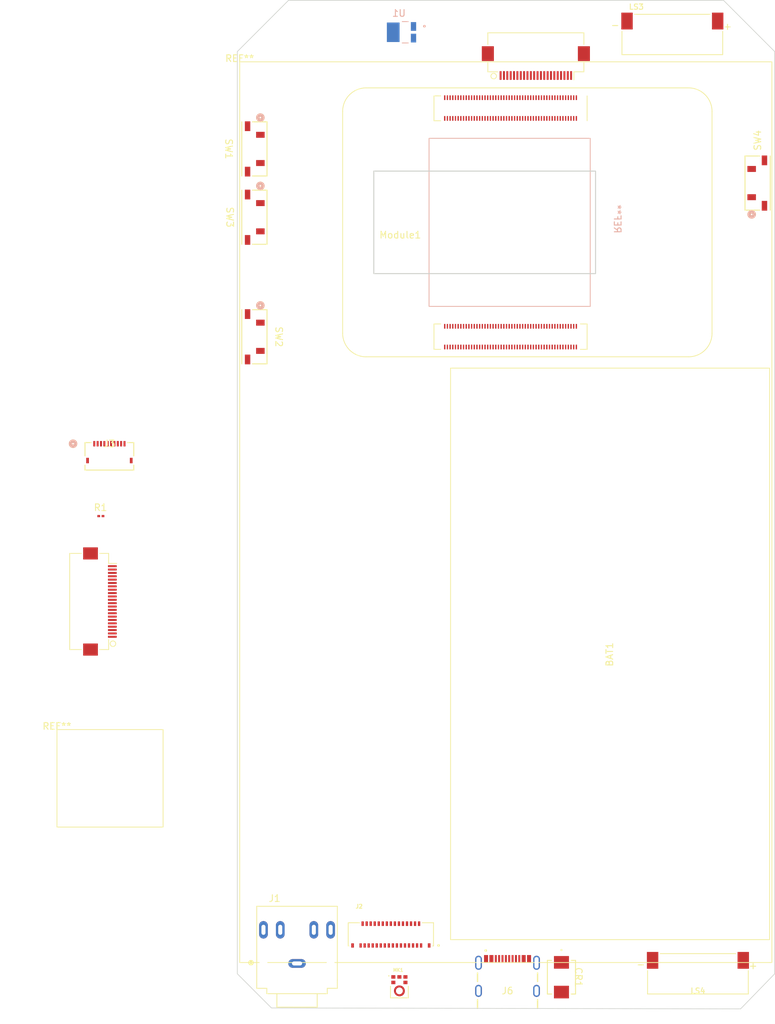
<source format=kicad_pcb>
(kicad_pcb (version 20211014) (generator pcbnew)
  (title_block (title "SPIRIT-carrier-board") (date "2024-08-30") (company "V-Electronics"))
  (layers (0 "F.Cu" signal) (31 "B.Cu" signal) (34 "B.Paste" user) (35 "F.Paste" user) (36 "B.SilkS" user "B.Silkscreen") (37 "F.SilkS" user "F.Silkscreen") (38 "B.Mask" user) (39 "F.Mask" user) (44 "Edge.Cuts" user))
  (net 0 "")
  (net 108 "D-")
  (net 109 "D+")
  (net 210 "GND")
  (footprint "SPIRIT-footprints:720pLCD" (layer "F.Cu") (at 49.883 36.576)
    (fp_text reference "REF**" (at 0 -0.5 unlocked) (layer "F.SilkS"))
    (fp_text value "720pLCD")
  )
  (footprint "SPIRIT-footprints:Hirose_FH12-22S-0.5SH_1x22-1MP_P0.50mm_Horizontal" (layer "F.Cu") (at 93.98 36.76 180)
    (fp_text reference "J4")
    (fp_text value "Conn_01x22_Female")
    (pad "1" smd rect (at 5.25 -1.85 180) (size 0.3 1.3) (layers "F.Cu" "F.Paste" "F.Mask"))
    (pad "2" smd rect (at 4.75 -1.85 180) (size 0.3 1.3) (layers "F.Cu" "F.Paste" "F.Mask"))
    (pad "3" smd rect (at 4.25 -1.85 180) (size 0.3 1.3) (layers "F.Cu" "F.Paste" "F.Mask"))
    (pad "4" smd rect (at 3.75 -1.85 180) (size 0.3 1.3) (layers "F.Cu" "F.Paste" "F.Mask"))
    (pad "5" smd rect (at 3.25 -1.85 180) (size 0.3 1.3) (layers "F.Cu" "F.Paste" "F.Mask"))
    (pad "6" smd rect (at 2.75 -1.85 180) (size 0.3 1.3) (layers "F.Cu" "F.Paste" "F.Mask"))
    (pad "7" smd rect (at 2.25 -1.85 180) (size 0.3 1.3) (layers "F.Cu" "F.Paste" "F.Mask"))
    (pad "8" smd rect (at 1.75 -1.85 180) (size 0.3 1.3) (layers "F.Cu" "F.Paste" "F.Mask"))
    (pad "9" smd rect (at 1.25 -1.85 180) (size 0.3 1.3) (layers "F.Cu" "F.Paste" "F.Mask"))
    (pad "10" smd rect (at 0.75 -1.85 180) (size 0.3 1.3) (layers "F.Cu" "F.Paste" "F.Mask"))
    (pad "11" smd rect (at 0.25 -1.85 180) (size 0.3 1.3) (layers "F.Cu" "F.Paste" "F.Mask"))
    (pad "12" smd rect (at -0.25 -1.85 180) (size 0.3 1.3) (layers "F.Cu" "F.Paste" "F.Mask"))
    (pad "13" smd rect (at -0.75 -1.85 180) (size 0.3 1.3) (layers "F.Cu" "F.Paste" "F.Mask"))
    (pad "14" smd rect (at -1.25 -1.85 180) (size 0.3 1.3) (layers "F.Cu" "F.Paste" "F.Mask"))
    (pad "15" smd rect (at -1.75 -1.85 180) (size 0.3 1.3) (layers "F.Cu" "F.Paste" "F.Mask"))
    (pad "16" smd rect (at -2.25 -1.85 180) (size 0.3 1.3) (layers "F.Cu" "F.Paste" "F.Mask"))
    (pad "17" smd rect (at -2.75 -1.85 180) (size 0.3 1.3) (layers "F.Cu" "F.Paste" "F.Mask"))
    (pad "18" smd rect (at -3.25 -1.85 180) (size 0.3 1.3) (layers "F.Cu" "F.Paste" "F.Mask"))
    (pad "19" smd rect (at -3.75 -1.85 180) (size 0.3 1.3) (layers "F.Cu" "F.Paste" "F.Mask"))
    (pad "20" smd rect (at -4.25 -1.85 180) (size 0.3 1.3) (layers "F.Cu" "F.Paste" "F.Mask"))
    (pad "21" smd rect (at -4.75 -1.85 180) (size 0.3 1.3) (layers "F.Cu" "F.Paste" "F.Mask"))
    (pad "22" smd rect (at -5.25 -1.85 180) (size 0.3 1.3) (layers "F.Cu" "F.Paste" "F.Mask"))
    (pad "MP" smd rect (at -7.15 1.4 180) (size 1.8 2.2) (layers "F.Cu" "F.Paste" "F.Mask"))
    (pad "MP" smd rect (at 7.15 1.4 180) (size 1.8 2.2) (layers "F.Cu" "F.Paste" "F.Mask"))
  )
  (footprint "SPIRIT-footprints:10PIN" (layer "F.Cu") (at 30.48 95.25)
    (fp_text reference "J3" (at 0 -1.874088 unlocked) (layer "F.SilkS"))
    (fp_text value "10pinFPC")
    (pad "1" smd rect (at -2.250001 -1.874088) (size 0.3048 0.8128) (layers "F.Cu" "F.Paste" "F.Mask"))
    (pad "2" smd rect (at -1.749999 -1.874088) (size 0.3048 0.8128) (layers "F.Cu" "F.Paste" "F.Mask"))
    (pad "3" smd rect (at -1.25 -1.874088) (size 0.3048 0.8128) (layers "F.Cu" "F.Paste" "F.Mask"))
    (pad "4" smd rect (at -0.750001 -1.874088) (size 0.3048 0.8128) (layers "F.Cu" "F.Paste" "F.Mask"))
    (pad "5" smd rect (at -0.25 -1.874088) (size 0.3048 0.8128) (layers "F.Cu" "F.Paste" "F.Mask"))
    (pad "6" smd rect (at 0.25 -1.874088) (size 0.3048 0.8128) (layers "F.Cu" "F.Paste" "F.Mask"))
    (pad "7" smd rect (at 0.750001 -1.874088) (size 0.3048 0.8128) (layers "F.Cu" "F.Paste" "F.Mask"))
    (pad "8" smd rect (at 1.25 -1.874088) (size 0.3048 0.8128) (layers "F.Cu" "F.Paste" "F.Mask"))
    (pad "9" smd rect (at 1.749999 -1.874088) (size 0.3048 0.8128) (layers "F.Cu" "F.Paste" "F.Mask"))
    (pad "10" smd rect (at 2.250001 -1.874088) (size 0.3048 0.8128) (layers "F.Cu" "F.Paste" "F.Mask"))
    (pad "11" smd rect (at -3.250001 0.625912) (size 0.4064 0.8128) (layers "F.Cu" "F.Paste" "F.Mask"))
    (pad "12" smd rect (at 3.250001 0.625912) (size 0.4064 0.8128) (layers "F.Cu" "F.Paste" "F.Mask"))
  )
  (footprint "SPIRIT-footprints:buttonSW_TL3330_EWI" (layer "F.Cu") (at 127 54.61 90)
    (fp_text reference "SW4" (at 6.35 0 90 unlocked) (layer "F.SilkS"))
    (fp_text value "POW")
    (pad "1" smd rect (at -2.099998 -0.889 90) (size 0.889 1.27) (layers "F.Cu" "F.Paste" "F.Mask"))
    (pad "2" smd rect (at 2.099998 -0.889 90) (size 0.889 1.27) (layers "F.Cu" "F.Paste" "F.Mask"))
    (pad "3" smd rect (at -3.375 1.016 90) (size 1.4478 0.8128) (layers "F.Cu" "F.Paste" "F.Mask"))
    (pad "4" smd rect (at 3.375 1.016 90) (size 1.4478 0.8128) (layers "F.Cu" "F.Paste" "F.Mask"))
  )
  (footprint "CM4IO:Raspberry-Pi-4-Compute-Module" (layer "F.Cu") (at 68.71 43.952 -90)
    (fp_text reference "Module1" (at 18.38 -5.08) (layer "F.SilkS"))
    (fp_text value "ComputeModule4-CM4")
    (pad "" np_thru_hole circle locked (at 33 -48 270) (size 2.7 2.7) (drill 2.7) (layers *.Cu *.Mask) (clearance 1.7))
    (pad "" np_thru_hole circle locked (at 33 0 270) (size 2.7 2.7) (drill 2.7) (layers *.Cu *.Mask) (clearance 1.7))
    (pad "" np_thru_hole circle locked (at 0 -48 270) (size 2.7 2.7) (drill 2.7) (layers *.Cu *.Mask) (clearance 1.7))
    (pad "" np_thru_hole circle locked (at 0 0 270) (size 2.7 2.7) (drill 2.7) (layers *.Cu *.Mask) (clearance 1.7))
    (pad "1" smd rect locked (at -2.04 -31.3 180) (size 0.2 0.7) (layers "F.Cu" "F.Paste" "F.Mask"))
    (pad "2" smd rect locked (at 1.04 -31.3 180) (size 0.2 0.7) (layers "F.Cu" "F.Paste" "F.Mask"))
    (pad "3" smd rect locked (at -2.04 -30.9 180) (size 0.2 0.7) (layers "F.Cu" "F.Paste" "F.Mask"))
    (pad "4" smd rect locked (at 1.04 -30.9 180) (size 0.2 0.7) (layers "F.Cu" "F.Paste" "F.Mask"))
    (pad "5" smd rect locked (at -2.04 -30.5 180) (size 0.2 0.7) (layers "F.Cu" "F.Paste" "F.Mask"))
    (pad "6" smd rect locked (at 1.04 -30.5 180) (size 0.2 0.7) (layers "F.Cu" "F.Paste" "F.Mask"))
    (pad "7" smd rect locked (at -2.04 -30.1 180) (size 0.2 0.7) (layers "F.Cu" "F.Paste" "F.Mask"))
    (pad "8" smd rect locked (at 1.04 -30.1 180) (size 0.2 0.7) (layers "F.Cu" "F.Paste" "F.Mask"))
    (pad "9" smd rect locked (at -2.04 -29.7 180) (size 0.2 0.7) (layers "F.Cu" "F.Paste" "F.Mask"))
    (pad "10" smd rect locked (at 1.04 -29.7 180) (size 0.2 0.7) (layers "F.Cu" "F.Paste" "F.Mask"))
    (pad "11" smd rect locked (at -2.04 -29.3 180) (size 0.2 0.7) (layers "F.Cu" "F.Paste" "F.Mask"))
    (pad "12" smd rect locked (at 1.04 -29.3 180) (size 0.2 0.7) (layers "F.Cu" "F.Paste" "F.Mask"))
    (pad "13" smd rect locked (at -2.04 -28.9 180) (size 0.2 0.7) (layers "F.Cu" "F.Paste" "F.Mask"))
    (pad "14" smd rect locked (at 1.04 -28.9 180) (size 0.2 0.7) (layers "F.Cu" "F.Paste" "F.Mask"))
    (pad "15" smd rect locked (at -2.04 -28.5 180) (size 0.2 0.7) (layers "F.Cu" "F.Paste" "F.Mask"))
    (pad "16" smd rect locked (at 1.04 -28.5 180) (size 0.2 0.7) (layers "F.Cu" "F.Paste" "F.Mask"))
    (pad "17" smd rect locked (at -2.04 -28.1 180) (size 0.2 0.7) (layers "F.Cu" "F.Paste" "F.Mask"))
    (pad "18" smd rect locked (at 1.04 -28.1 180) (size 0.2 0.7) (layers "F.Cu" "F.Paste" "F.Mask"))
    (pad "19" smd rect locked (at -2.04 -27.7 180) (size 0.2 0.7) (layers "F.Cu" "F.Paste" "F.Mask"))
    (pad "20" smd rect locked (at 1.04 -27.7 180) (size 0.2 0.7) (layers "F.Cu" "F.Paste" "F.Mask"))
    (pad "21" smd rect locked (at -2.04 -27.3 180) (size 0.2 0.7) (layers "F.Cu" "F.Paste" "F.Mask"))
    (pad "22" smd rect locked (at 1.04 -27.3 180) (size 0.2 0.7) (layers "F.Cu" "F.Paste" "F.Mask"))
    (pad "23" smd rect locked (at -2.04 -26.9 180) (size 0.2 0.7) (layers "F.Cu" "F.Paste" "F.Mask"))
    (pad "24" smd rect locked (at 1.04 -26.9 180) (size 0.2 0.7) (layers "F.Cu" "F.Paste" "F.Mask"))
    (pad "25" smd rect locked (at -2.04 -26.5 180) (size 0.2 0.7) (layers "F.Cu" "F.Paste" "F.Mask"))
    (pad "26" smd rect locked (at 1.04 -26.5 180) (size 0.2 0.7) (layers "F.Cu" "F.Paste" "F.Mask"))
    (pad "27" smd rect locked (at -2.04 -26.1 180) (size 0.2 0.7) (layers "F.Cu" "F.Paste" "F.Mask"))
    (pad "28" smd rect locked (at 1.04 -26.1 180) (size 0.2 0.7) (layers "F.Cu" "F.Paste" "F.Mask"))
    (pad "29" smd rect locked (at -2.04 -25.7 180) (size 0.2 0.7) (layers "F.Cu" "F.Paste" "F.Mask"))
    (pad "30" smd rect locked (at 1.04 -25.7 180) (size 0.2 0.7) (layers "F.Cu" "F.Paste" "F.Mask"))
    (pad "31" smd rect locked (at -2.04 -25.3 180) (size 0.2 0.7) (layers "F.Cu" "F.Paste" "F.Mask"))
    (pad "32" smd rect locked (at 1.04 -25.3 180) (size 0.2 0.7) (layers "F.Cu" "F.Paste" "F.Mask"))
    (pad "33" smd rect locked (at -2.04 -24.9 180) (size 0.2 0.7) (layers "F.Cu" "F.Paste" "F.Mask"))
    (pad "34" smd rect locked (at 1.04 -24.9 180) (size 0.2 0.7) (layers "F.Cu" "F.Paste" "F.Mask"))
    (pad "35" smd rect locked (at -2.04 -24.5 180) (size 0.2 0.7) (layers "F.Cu" "F.Paste" "F.Mask"))
    (pad "36" smd rect locked (at 1.04 -24.5 180) (size 0.2 0.7) (layers "F.Cu" "F.Paste" "F.Mask"))
    (pad "37" smd rect locked (at -2.04 -24.1 180) (size 0.2 0.7) (layers "F.Cu" "F.Paste" "F.Mask"))
    (pad "38" smd rect locked (at 1.04 -24.1 180) (size 0.2 0.7) (layers "F.Cu" "F.Paste" "F.Mask"))
    (pad "39" smd rect locked (at -2.04 -23.7 180) (size 0.2 0.7) (layers "F.Cu" "F.Paste" "F.Mask"))
    (pad "40" smd rect locked (at 1.04 -23.7 180) (size 0.2 0.7) (layers "F.Cu" "F.Paste" "F.Mask"))
    (pad "41" smd rect locked (at -2.04 -23.3 180) (size 0.2 0.7) (layers "F.Cu" "F.Paste" "F.Mask"))
    (pad "42" smd rect locked (at 1.04 -23.3 180) (size 0.2 0.7) (layers "F.Cu" "F.Paste" "F.Mask"))
    (pad "43" smd rect locked (at -2.04 -22.9 180) (size 0.2 0.7) (layers "F.Cu" "F.Paste" "F.Mask"))
    (pad "44" smd rect locked (at 1.04 -22.9 180) (size 0.2 0.7) (layers "F.Cu" "F.Paste" "F.Mask"))
    (pad "45" smd rect locked (at -2.04 -22.5 180) (size 0.2 0.7) (layers "F.Cu" "F.Paste" "F.Mask"))
    (pad "46" smd rect locked (at 1.04 -22.5 180) (size 0.2 0.7) (layers "F.Cu" "F.Paste" "F.Mask"))
    (pad "47" smd rect locked (at -2.04 -22.1 180) (size 0.2 0.7) (layers "F.Cu" "F.Paste" "F.Mask"))
    (pad "48" smd rect locked (at 1.04 -22.1 180) (size 0.2 0.7) (layers "F.Cu" "F.Paste" "F.Mask"))
    (pad "49" smd rect locked (at -2.04 -21.7 180) (size 0.2 0.7) (layers "F.Cu" "F.Paste" "F.Mask"))
    (pad "50" smd rect locked (at 1.04 -21.7 180) (size 0.2 0.7) (layers "F.Cu" "F.Paste" "F.Mask"))
    (pad "51" smd rect locked (at -2.04 -21.3 180) (size 0.2 0.7) (layers "F.Cu" "F.Paste" "F.Mask"))
    (pad "52" smd rect locked (at 1.04 -21.3 180) (size 0.2 0.7) (layers "F.Cu" "F.Paste" "F.Mask"))
    (pad "53" smd rect locked (at -2.04 -20.9 180) (size 0.2 0.7) (layers "F.Cu" "F.Paste" "F.Mask"))
    (pad "54" smd rect locked (at 1.04 -20.9 180) (size 0.2 0.7) (layers "F.Cu" "F.Paste" "F.Mask"))
    (pad "55" smd rect locked (at -2.04 -20.5 180) (size 0.2 0.7) (layers "F.Cu" "F.Paste" "F.Mask"))
    (pad "56" smd rect locked (at 1.04 -20.5 180) (size 0.2 0.7) (layers "F.Cu" "F.Paste" "F.Mask"))
    (pad "57" smd rect locked (at -2.04 -20.1 180) (size 0.2 0.7) (layers "F.Cu" "F.Paste" "F.Mask"))
    (pad "58" smd rect locked (at 1.04 -20.1 180) (size 0.2 0.7) (layers "F.Cu" "F.Paste" "F.Mask"))
    (pad "59" smd rect locked (at -2.04 -19.7 180) (size 0.2 0.7) (layers "F.Cu" "F.Paste" "F.Mask"))
    (pad "60" smd rect locked (at 1.04 -19.7 180) (size 0.2 0.7) (layers "F.Cu" "F.Paste" "F.Mask"))
    (pad "61" smd rect locked (at -2.04 -19.3 180) (size 0.2 0.7) (layers "F.Cu" "F.Paste" "F.Mask"))
    (pad "62" smd rect locked (at 1.04 -19.3 180) (size 0.2 0.7) (layers "F.Cu" "F.Paste" "F.Mask"))
    (pad "63" smd rect locked (at -2.04 -18.9 180) (size 0.2 0.7) (layers "F.Cu" "F.Paste" "F.Mask"))
    (pad "64" smd rect locked (at 1.04 -18.9 180) (size 0.2 0.7) (layers "F.Cu" "F.Paste" "F.Mask"))
    (pad "65" smd rect locked (at -2.04 -18.5 180) (size 0.2 0.7) (layers "F.Cu" "F.Paste" "F.Mask"))
    (pad "66" smd rect locked (at 1.04 -18.5 180) (size 0.2 0.7) (layers "F.Cu" "F.Paste" "F.Mask"))
    (pad "67" smd rect locked (at -2.04 -18.1 180) (size 0.2 0.7) (layers "F.Cu" "F.Paste" "F.Mask"))
    (pad "68" smd rect locked (at 1.04 -18.1 180) (size 0.2 0.7) (layers "F.Cu" "F.Paste" "F.Mask"))
    (pad "69" smd rect locked (at -2.04 -17.7 180) (size 0.2 0.7) (layers "F.Cu" "F.Paste" "F.Mask"))
    (pad "70" smd rect locked (at 1.04 -17.7 180) (size 0.2 0.7) (layers "F.Cu" "F.Paste" "F.Mask"))
    (pad "71" smd rect locked (at -2.04 -17.3 180) (size 0.2 0.7) (layers "F.Cu" "F.Paste" "F.Mask"))
    (pad "72" smd rect locked (at 1.04 -17.3 180) (size 0.2 0.7) (layers "F.Cu" "F.Paste" "F.Mask"))
    (pad "73" smd rect locked (at -2.04 -16.9 180) (size 0.2 0.7) (layers "F.Cu" "F.Paste" "F.Mask"))
    (pad "74" smd rect locked (at 1.04 -16.9 180) (size 0.2 0.7) (layers "F.Cu" "F.Paste" "F.Mask"))
    (pad "75" smd rect locked (at -2.04 -16.5 180) (size 0.2 0.7) (layers "F.Cu" "F.Paste" "F.Mask"))
    (pad "76" smd rect locked (at 1.04 -16.5 180) (size 0.2 0.7) (layers "F.Cu" "F.Paste" "F.Mask"))
    (pad "77" smd rect locked (at -2.04 -16.1 180) (size 0.2 0.7) (layers "F.Cu" "F.Paste" "F.Mask"))
    (pad "78" smd rect locked (at 1.04 -16.1 180) (size 0.2 0.7) (layers "F.Cu" "F.Paste" "F.Mask"))
    (pad "79" smd rect locked (at -2.04 -15.7 180) (size 0.2 0.7) (layers "F.Cu" "F.Paste" "F.Mask"))
    (pad "80" smd rect locked (at 1.04 -15.7 180) (size 0.2 0.7) (layers "F.Cu" "F.Paste" "F.Mask"))
    (pad "81" smd rect locked (at -2.04 -15.3 180) (size 0.2 0.7) (layers "F.Cu" "F.Paste" "F.Mask"))
    (pad "82" smd rect locked (at 1.04 -15.3 180) (size 0.2 0.7) (layers "F.Cu" "F.Paste" "F.Mask"))
    (pad "83" smd rect locked (at -2.04 -14.9 180) (size 0.2 0.7) (layers "F.Cu" "F.Paste" "F.Mask"))
    (pad "84" smd rect locked (at 1.04 -14.9 180) (size 0.2 0.7) (layers "F.Cu" "F.Paste" "F.Mask"))
    (pad "85" smd rect locked (at -2.04 -14.5 180) (size 0.2 0.7) (layers "F.Cu" "F.Paste" "F.Mask"))
    (pad "86" smd rect locked (at 1.04 -14.5 180) (size 0.2 0.7) (layers "F.Cu" "F.Paste" "F.Mask"))
    (pad "87" smd rect locked (at -2.04 -14.1 180) (size 0.2 0.7) (layers "F.Cu" "F.Paste" "F.Mask"))
    (pad "88" smd rect locked (at 1.04 -14.1 180) (size 0.2 0.7) (layers "F.Cu" "F.Paste" "F.Mask"))
    (pad "89" smd rect locked (at -2.04 -13.7 180) (size 0.2 0.7) (layers "F.Cu" "F.Paste" "F.Mask"))
    (pad "90" smd rect locked (at 1.04 -13.7 180) (size 0.2 0.7) (layers "F.Cu" "F.Paste" "F.Mask"))
    (pad "91" smd rect locked (at -2.04 -13.3 180) (size 0.2 0.7) (layers "F.Cu" "F.Paste" "F.Mask"))
    (pad "92" smd rect locked (at 1.04 -13.3 180) (size 0.2 0.7) (layers "F.Cu" "F.Paste" "F.Mask"))
    (pad "93" smd rect locked (at -2.04 -12.9 180) (size 0.2 0.7) (layers "F.Cu" "F.Paste" "F.Mask"))
    (pad "94" smd rect locked (at 1.04 -12.9 180) (size 0.2 0.7) (layers "F.Cu" "F.Paste" "F.Mask"))
    (pad "95" smd rect locked (at -2.04 -12.5 180) (size 0.2 0.7) (layers "F.Cu" "F.Paste" "F.Mask"))
    (pad "96" smd rect locked (at 1.04 -12.5 180) (size 0.2 0.7) (layers "F.Cu" "F.Paste" "F.Mask"))
    (pad "97" smd rect locked (at -2.04 -12.1 180) (size 0.2 0.7) (layers "F.Cu" "F.Paste" "F.Mask"))
    (pad "98" smd rect locked (at 1.04 -12.1 180) (size 0.2 0.7) (layers "F.Cu" "F.Paste" "F.Mask"))
    (pad "99" smd rect locked (at -2.04 -11.7 180) (size 0.2 0.7) (layers "F.Cu" "F.Paste" "F.Mask"))
    (pad "100" smd rect locked (at 1.04 -11.7 180) (size 0.2 0.7) (layers "F.Cu" "F.Paste" "F.Mask"))
    (pad "101" smd rect locked (at 31.96 -31.3 180) (size 0.2 0.7) (layers "F.Cu" "F.Paste" "F.Mask"))
    (pad "102" smd rect locked (at 35.04 -31.3 180) (size 0.2 0.7) (layers "F.Cu" "F.Paste" "F.Mask"))
    (pad "103" smd rect locked (at 31.96 -30.9 180) (size 0.2 0.7) (layers "F.Cu" "F.Paste" "F.Mask") (net 108 "D-"))
    (pad "104" smd rect locked (at 35.04 -30.9 180) (size 0.2 0.7) (layers "F.Cu" "F.Paste" "F.Mask"))
    (pad "105" smd rect locked (at 31.96 -30.5 180) (size 0.2 0.7) (layers "F.Cu" "F.Paste" "F.Mask") (net 109 "D+"))
    (pad "106" smd rect locked (at 35.04 -30.5 180) (size 0.2 0.7) (layers "F.Cu" "F.Paste" "F.Mask"))
    (pad "107" smd rect locked (at 31.96 -30.1 180) (size 0.2 0.7) (layers "F.Cu" "F.Paste" "F.Mask") (net 210 "GND"))
    (pad "108" smd rect locked (at 35.04 -30.1 180) (size 0.2 0.7) (layers "F.Cu" "F.Paste" "F.Mask"))
    (pad "109" smd rect locked (at 31.96 -29.7 180) (size 0.2 0.7) (layers "F.Cu" "F.Paste" "F.Mask"))
    (pad "110" smd rect locked (at 35.04 -29.7 180) (size 0.2 0.7) (layers "F.Cu" "F.Paste" "F.Mask"))
    (pad "111" smd rect locked (at 31.96 -29.3 180) (size 0.2 0.7) (layers "F.Cu" "F.Paste" "F.Mask"))
    (pad "112" smd rect locked (at 35.04 -29.3 180) (size 0.2 0.7) (layers "F.Cu" "F.Paste" "F.Mask"))
    (pad "113" smd rect locked (at 31.96 -28.9 180) (size 0.2 0.7) (layers "F.Cu" "F.Paste" "F.Mask"))
    (pad "114" smd rect locked (at 35.04 -28.9 180) (size 0.2 0.7) (layers "F.Cu" "F.Paste" "F.Mask"))
    (pad "115" smd rect locked (at 31.96 -28.5 180) (size 0.2 0.7) (layers "F.Cu" "F.Paste" "F.Mask"))
    (pad "116" smd rect locked (at 35.04 -28.5 180) (size 0.2 0.7) (layers "F.Cu" "F.Paste" "F.Mask"))
    (pad "117" smd rect locked (at 31.96 -28.1 180) (size 0.2 0.7) (layers "F.Cu" "F.Paste" "F.Mask"))
    (pad "118" smd rect locked (at 35.04 -28.1 180) (size 0.2 0.7) (layers "F.Cu" "F.Paste" "F.Mask"))
    (pad "119" smd rect locked (at 31.96 -27.7 180) (size 0.2 0.7) (layers "F.Cu" "F.Paste" "F.Mask"))
    (pad "120" smd rect locked (at 35.04 -27.7 180) (size 0.2 0.7) (layers "F.Cu" "F.Paste" "F.Mask"))
    (pad "121" smd rect locked (at 31.96 -27.3 180) (size 0.2 0.7) (layers "F.Cu" "F.Paste" "F.Mask"))
    (pad "122" smd rect locked (at 35.04 -27.3 180) (size 0.2 0.7) (layers "F.Cu" "F.Paste" "F.Mask"))
    (pad "123" smd rect locked (at 31.96 -26.9 180) (size 0.2 0.7) (layers "F.Cu" "F.Paste" "F.Mask"))
    (pad "124" smd rect locked (at 35.04 -26.9 180) (size 0.2 0.7) (layers "F.Cu" "F.Paste" "F.Mask"))
    (pad "125" smd rect locked (at 31.96 -26.5 180) (size 0.2 0.7) (layers "F.Cu" "F.Paste" "F.Mask"))
    (pad "126" smd rect locked (at 35.04 -26.5 180) (size 0.2 0.7) (layers "F.Cu" "F.Paste" "F.Mask"))
    (pad "127" smd rect locked (at 31.96 -26.1 180) (size 0.2 0.7) (layers "F.Cu" "F.Paste" "F.Mask"))
    (pad "128" smd rect locked (at 35.04 -26.1 180) (size 0.2 0.7) (layers "F.Cu" "F.Paste" "F.Mask"))
    (pad "129" smd rect locked (at 31.96 -25.7 180) (size 0.2 0.7) (layers "F.Cu" "F.Paste" "F.Mask"))
    (pad "130" smd rect locked (at 35.04 -25.7 180) (size 0.2 0.7) (layers "F.Cu" "F.Paste" "F.Mask"))
    (pad "131" smd rect locked (at 31.96 -25.3 180) (size 0.2 0.7) (layers "F.Cu" "F.Paste" "F.Mask"))
    (pad "132" smd rect locked (at 35.04 -25.3 180) (size 0.2 0.7) (layers "F.Cu" "F.Paste" "F.Mask"))
    (pad "133" smd rect locked (at 31.96 -24.9 180) (size 0.2 0.7) (layers "F.Cu" "F.Paste" "F.Mask"))
    (pad "134" smd rect locked (at 35.04 -24.9 180) (size 0.2 0.7) (layers "F.Cu" "F.Paste" "F.Mask"))
    (pad "135" smd rect locked (at 31.96 -24.5 180) (size 0.2 0.7) (layers "F.Cu" "F.Paste" "F.Mask"))
    (pad "136" smd rect locked (at 35.04 -24.5 180) (size 0.2 0.7) (layers "F.Cu" "F.Paste" "F.Mask"))
    (pad "137" smd rect locked (at 31.96 -24.1 180) (size 0.2 0.7) (layers "F.Cu" "F.Paste" "F.Mask"))
    (pad "138" smd rect locked (at 35.04 -24.1 180) (size 0.2 0.7) (layers "F.Cu" "F.Paste" "F.Mask"))
    (pad "139" smd rect locked (at 31.96 -23.7 180) (size 0.2 0.7) (layers "F.Cu" "F.Paste" "F.Mask"))
    (pad "140" smd rect locked (at 35.04 -23.7 180) (size 0.2 0.7) (layers "F.Cu" "F.Paste" "F.Mask"))
    (pad "141" smd rect locked (at 31.96 -23.3 180) (size 0.2 0.7) (layers "F.Cu" "F.Paste" "F.Mask"))
    (pad "142" smd rect locked (at 35.04 -23.3 180) (size 0.2 0.7) (layers "F.Cu" "F.Paste" "F.Mask"))
    (pad "143" smd rect locked (at 31.96 -22.9 180) (size 0.2 0.7) (layers "F.Cu" "F.Paste" "F.Mask"))
    (pad "144" smd rect locked (at 35.04 -22.9 180) (size 0.2 0.7) (layers "F.Cu" "F.Paste" "F.Mask"))
    (pad "145" smd rect locked (at 31.96 -22.5 180) (size 0.2 0.7) (layers "F.Cu" "F.Paste" "F.Mask"))
    (pad "146" smd rect locked (at 35.04 -22.5 180) (size 0.2 0.7) (layers "F.Cu" "F.Paste" "F.Mask"))
    (pad "147" smd rect locked (at 31.96 -22.1 180) (size 0.2 0.7) (layers "F.Cu" "F.Paste" "F.Mask"))
    (pad "148" smd rect locked (at 35.04 -22.1 180) (size 0.2 0.7) (layers "F.Cu" "F.Paste" "F.Mask"))
    (pad "149" smd rect locked (at 31.96 -21.7 180) (size 0.2 0.7) (layers "F.Cu" "F.Paste" "F.Mask"))
    (pad "150" smd rect locked (at 35.04 -21.7 180) (size 0.2 0.7) (layers "F.Cu" "F.Paste" "F.Mask"))
    (pad "151" smd rect locked (at 31.96 -21.3 180) (size 0.2 0.7) (layers "F.Cu" "F.Paste" "F.Mask"))
    (pad "152" smd rect locked (at 35.04 -21.3 180) (size 0.2 0.7) (layers "F.Cu" "F.Paste" "F.Mask"))
    (pad "153" smd rect locked (at 31.96 -20.9 180) (size 0.2 0.7) (layers "F.Cu" "F.Paste" "F.Mask"))
    (pad "154" smd rect locked (at 35.04 -20.9 180) (size 0.2 0.7) (layers "F.Cu" "F.Paste" "F.Mask"))
    (pad "155" smd rect locked (at 31.96 -20.5 180) (size 0.2 0.7) (layers "F.Cu" "F.Paste" "F.Mask"))
    (pad "156" smd rect locked (at 35.04 -20.5 180) (size 0.2 0.7) (layers "F.Cu" "F.Paste" "F.Mask"))
    (pad "157" smd rect locked (at 31.96 -20.1 180) (size 0.2 0.7) (layers "F.Cu" "F.Paste" "F.Mask"))
    (pad "158" smd rect locked (at 35.04 -20.1 180) (size 0.2 0.7) (layers "F.Cu" "F.Paste" "F.Mask"))
    (pad "159" smd rect locked (at 31.96 -19.7 180) (size 0.2 0.7) (layers "F.Cu" "F.Paste" "F.Mask"))
    (pad "160" smd rect locked (at 35.04 -19.7 180) (size 0.2 0.7) (layers "F.Cu" "F.Paste" "F.Mask"))
    (pad "161" smd rect locked (at 31.96 -19.3 180) (size 0.2 0.7) (layers "F.Cu" "F.Paste" "F.Mask"))
    (pad "162" smd rect locked (at 35.04 -19.3 180) (size 0.2 0.7) (layers "F.Cu" "F.Paste" "F.Mask"))
    (pad "163" smd rect locked (at 31.96 -18.9 180) (size 0.2 0.7) (layers "F.Cu" "F.Paste" "F.Mask"))
    (pad "164" smd rect locked (at 35.04 -18.9 180) (size 0.2 0.7) (layers "F.Cu" "F.Paste" "F.Mask"))
    (pad "165" smd rect locked (at 31.96 -18.5 180) (size 0.2 0.7) (layers "F.Cu" "F.Paste" "F.Mask"))
    (pad "166" smd rect locked (at 35.04 -18.5 180) (size 0.2 0.7) (layers "F.Cu" "F.Paste" "F.Mask"))
    (pad "167" smd rect locked (at 31.96 -18.1 180) (size 0.2 0.7) (layers "F.Cu" "F.Paste" "F.Mask"))
    (pad "168" smd rect locked (at 35.04 -18.1 180) (size 0.2 0.7) (layers "F.Cu" "F.Paste" "F.Mask"))
    (pad "169" smd rect locked (at 31.96 -17.7 180) (size 0.2 0.7) (layers "F.Cu" "F.Paste" "F.Mask"))
    (pad "170" smd rect locked (at 35.04 -17.7 180) (size 0.2 0.7) (layers "F.Cu" "F.Paste" "F.Mask"))
    (pad "171" smd rect locked (at 31.96 -17.3 180) (size 0.2 0.7) (layers "F.Cu" "F.Paste" "F.Mask"))
    (pad "172" smd rect locked (at 35.04 -17.3 180) (size 0.2 0.7) (layers "F.Cu" "F.Paste" "F.Mask"))
    (pad "173" smd rect locked (at 31.96 -16.9 180) (size 0.2 0.7) (layers "F.Cu" "F.Paste" "F.Mask"))
    (pad "174" smd rect locked (at 35.04 -16.9 180) (size 0.2 0.7) (layers "F.Cu" "F.Paste" "F.Mask"))
    (pad "175" smd rect locked (at 31.96 -16.5 180) (size 0.2 0.7) (layers "F.Cu" "F.Paste" "F.Mask"))
    (pad "176" smd rect locked (at 35.04 -16.5 180) (size 0.2 0.7) (layers "F.Cu" "F.Paste" "F.Mask"))
    (pad "177" smd rect locked (at 31.96 -16.1 180) (size 0.2 0.7) (layers "F.Cu" "F.Paste" "F.Mask"))
    (pad "178" smd rect locked (at 35.04 -16.1 180) (size 0.2 0.7) (layers "F.Cu" "F.Paste" "F.Mask"))
    (pad "179" smd rect locked (at 31.96 -15.7 180) (size 0.2 0.7) (layers "F.Cu" "F.Paste" "F.Mask"))
    (pad "180" smd rect locked (at 35.04 -15.7 180) (size 0.2 0.7) (layers "F.Cu" "F.Paste" "F.Mask"))
    (pad "181" smd rect locked (at 31.96 -15.3 180) (size 0.2 0.7) (layers "F.Cu" "F.Paste" "F.Mask"))
    (pad "182" smd rect locked (at 35.04 -15.3 180) (size 0.2 0.7) (layers "F.Cu" "F.Paste" "F.Mask"))
    (pad "183" smd rect locked (at 31.96 -14.9 180) (size 0.2 0.7) (layers "F.Cu" "F.Paste" "F.Mask"))
    (pad "184" smd rect locked (at 35.04 -14.9 180) (size 0.2 0.7) (layers "F.Cu" "F.Paste" "F.Mask"))
    (pad "185" smd rect locked (at 31.96 -14.5 180) (size 0.2 0.7) (layers "F.Cu" "F.Paste" "F.Mask"))
    (pad "186" smd rect locked (at 35.04 -14.5 180) (size 0.2 0.7) (layers "F.Cu" "F.Paste" "F.Mask"))
    (pad "187" smd rect locked (at 31.96 -14.1 180) (size 0.2 0.7) (layers "F.Cu" "F.Paste" "F.Mask"))
    (pad "188" smd rect locked (at 35.04 -14.1 180) (size 0.2 0.7) (layers "F.Cu" "F.Paste" "F.Mask"))
    (pad "189" smd rect locked (at 31.96 -13.7 180) (size 0.2 0.7) (layers "F.Cu" "F.Paste" "F.Mask"))
    (pad "190" smd rect locked (at 35.04 -13.7 180) (size 0.2 0.7) (layers "F.Cu" "F.Paste" "F.Mask"))
    (pad "191" smd rect locked (at 31.96 -13.3 180) (size 0.2 0.7) (layers "F.Cu" "F.Paste" "F.Mask"))
    (pad "192" smd rect locked (at 35.04 -13.3 180) (size 0.2 0.7) (layers "F.Cu" "F.Paste" "F.Mask"))
    (pad "193" smd rect locked (at 31.96 -12.9 180) (size 0.2 0.7) (layers "F.Cu" "F.Paste" "F.Mask"))
    (pad "194" smd rect locked (at 35.04 -12.9 180) (size 0.2 0.7) (layers "F.Cu" "F.Paste" "F.Mask"))
    (pad "195" smd rect locked (at 31.96 -12.5 180) (size 0.2 0.7) (layers "F.Cu" "F.Paste" "F.Mask"))
    (pad "196" smd rect locked (at 35.04 -12.5 180) (size 0.2 0.7) (layers "F.Cu" "F.Paste" "F.Mask"))
    (pad "197" smd rect locked (at 31.96 -12.1 180) (size 0.2 0.7) (layers "F.Cu" "F.Paste" "F.Mask"))
    (pad "198" smd rect locked (at 35.04 -12.1 180) (size 0.2 0.7) (layers "F.Cu" "F.Paste" "F.Mask"))
    (pad "199" smd rect locked (at 31.96 -11.7 180) (size 0.2 0.7) (layers "F.Cu" "F.Paste" "F.Mask"))
    (pad "200" smd rect locked (at 35.04 -11.7 180) (size 0.2 0.7) (layers "F.Cu" "F.Paste" "F.Mask"))
  )
  (footprint "SPIRIT-footprints:SPEAKER_CMR-15062S-67" (layer "F.Cu") (at 118.11 172.212)
    (fp_text reference "LS4" (at 0 2.54) (layer "F.SilkS") (effects (font (size 0.800126 0.800126))))
    (fp_text value "CMR-15062S-67")
    (fp_text user "-" (at -8.51229 -1.40202) (layer "F.SilkS") (effects (font (size 1.001449 1.001449))))
    (fp_text user "+" (at 8.21575 -1.20231) (layer "F.SilkS") (effects (font (size 1.001921 1.001921))))
    (pad "N" smd rect (at -6.75 -2) (size 1.7 2.5) (layers "F.Cu" "F.Paste" "F.Mask"))
    (pad "P" smd rect (at 6.75 -2) (size 1.7 2.5) (layers "F.Cu" "F.Paste" "F.Mask"))
  )
  (footprint "SPIRIT-footprints:SPEAKER_CMR-15062S-67" (layer "F.Cu") (at 114.3 32.512)
    (fp_text reference "LS3" (at -5.36087 -4.10866) (layer "F.SilkS") (effects (font (size 0.800126 0.800126))))
    (fp_text value "CMR-15062S-67")
    (fp_text user "-" (at -8.51229 -1.40202) (layer "F.SilkS") (effects (font (size 1.001449 1.001449))))
    (fp_text user "+" (at 8.21575 -1.20231) (layer "F.SilkS") (effects (font (size 1.001921 1.001921))))
    (pad "N" smd rect (at -6.75 -2) (size 1.7 2.5) (layers "F.Cu" "F.Paste" "F.Mask"))
    (pad "P" smd rect (at 6.75 -2) (size 1.7 2.5) (layers "F.Cu" "F.Paste" "F.Mask"))
  )
  (footprint "SPIRIT-footprints:buttonSW_TL3330_EWI" (layer "F.Cu") (at 52.07 59.69 -90)
    (fp_text reference "SW3" (at 0 3.65 -90 unlocked) (layer "F.SilkS"))
    (fp_text value "VOL+")
    (pad "1" smd rect (at -2.099998 -0.889 270) (size 0.889 1.27) (layers "F.Cu" "F.Paste" "F.Mask"))
    (pad "2" smd rect (at 2.099998 -0.889 270) (size 0.889 1.27) (layers "F.Cu" "F.Paste" "F.Mask"))
    (pad "3" smd rect (at -3.375 1.016 270) (size 1.4478 0.8128) (layers "F.Cu" "F.Paste" "F.Mask"))
    (pad "4" smd rect (at 3.375 1.016 270) (size 1.4478 0.8128) (layers "F.Cu" "F.Paste" "F.Mask"))
  )
  (footprint "SPIRIT-footprints:microphone_SPH0645LM4H-B" (layer "F.Cu") (at 73.66 174.752)
    (fp_text reference "MK1" (at -0.181918 -3.095393) (layer "F.SilkS") (effects (font (size 0.482429 0.482429))))
    (fp_text value "microphone")
    (pad "" np_thru_hole circle (at 0 0) (size 0.5 0.5) (drill 0.5) (layers *.Cu *.Mask))
    (pad "1" smd rect (at -0.9 -2.074) (size 0.6 0.522) (layers "F.Cu" "F.Paste" "F.Mask"))
    (pad "2" smd rect (at -0.9 -1.252) (size 0.6 0.522) (layers "F.Cu" "F.Paste" "F.Mask"))
    (pad "3" smd custom (at 0.65 -0.02) (size 0.1 0.1) (layers "F.Cu") (options (clearance outline) (anchor rect)) (primitives (gr_poly (pts (xy -0.66 -0.49) (xy -0.66 -0.79) (xy -0.707 -0.789) (xy -0.748 -0.786) (xy -0.789 -0.78) (xy -0.83 -0.773) (xy -0.871 -0.763) (xy -0.911 -0.751) (xy -0.95 -0.737) (xy -0.988 -0.721) (xy -1.026 -0.703) (xy -1.063 -0.684) (xy -1.098 -0.662) (xy -1.132 -0.638) (xy -1.165 -0.613) (xy -1.197 -0.586) (xy -1.227 -0.557) (xy -1.256 -0.527) (xy -1.283 -0.495) (xy -1.308 -0.462) (xy -1.332 -0.428) (xy -1.354 -0.393) (xy -1.373 -0.356) (xy -1.391 -0.318) (xy -1.407 -0.28) (xy -1.421 -0.241) (xy -1.433 -0.201) (xy -1.443 -0.16) (xy -1.45 -0.119) (xy -1.456 -0.078) (xy -1.459 -0.037) (xy -1.46 0) (xy -1.459 0.043) (xy -1.455 0.087) (xy -1.45 0.13) (xy -1.442 0.173) (xy -1.432 0.215) (xy -1.419 0.256) (xy -1.405 0.297) (xy -1.388 0.338) (xy -1.37 0.377) (xy -1.349 0.415) (xy -1.326 0.452) (xy -1.301 0.488) (xy -1.275 0.522) (xy -1.247 0.555) (xy -1.217 0.587) (xy -1.185 0.617) (xy -1.152 0.645) (xy -1.118 0.671) (xy -1.082 0.696) (xy -1.045 0.719) (xy -1.007 0.74) (xy -0.968 0.758) (xy -0.927 0.775) (xy -0.886 0.789) (xy -0.845 0.802) (xy -0.803 0.812) (xy -0.76 0.82) (xy -0.717 0.825) (xy -0.673 0.829) (xy -0.63 0.83) (xy -0.62 0.83) (xy -0.579 0.829) (xy -0.538 0.826) (xy -0.498 0.82) (xy -0.458 0.813) (xy -0.418 0.803) (xy -0.379 0.792) (xy -0.34 0.778) (xy -0.303 0.763) (xy -0.266 0.745) (xy -0.23 0.725) (xy -0.195 0.704) (xy -0.162 0.681) (xy -0.129 0.656) (xy -0.098 0.63) (xy -0.068 0.602) (xy -0.04 0.572) (xy -0.014 0.541) (xy 0.011 0.508) (xy 0.034 0.475) (xy 0.055 0.44) (xy 0.075 0.404) (xy 0.093 0.367) (xy 0.108 0.33) (xy 0.122 0.291) (xy 0.133 0.252) (xy 0.143 0.212) (xy 0.15 0.172) (xy 0.156 0.132) (xy 0.159 0.091) (xy 0.16 0.05) (xy 0.16 0.02) (xy 0.159 -0.022) (xy 0.156 -0.065) (xy 0.15 -0.107) (xy 0.142 -0.148) (xy 0.132 -0.19) (xy 0.12 -0.23) (xy 0.106 -0.27) (xy 0.09 -0.309) (xy 0.072 -0.348) (xy 0.051 -0.385) (xy 0.029 -0.421) (xy 0.005 -0.456) (xy -0.021 -0.49) (xy -0.048 -0.522) (xy -0.077 -0.553) (xy -0.108 -0.582) (xy -0.14 -0.609) (xy -0.174 -0.635) (xy -0.209 -0.659) (xy -0.245 -0.681) (xy -0.282 -0.702) (xy -0.321 -0.72) (xy -0.36 -0.736) (xy -0.4 -0.75) (xy -0.44 -0.762) (xy -0.482 -0.772) (xy -0.523 -0.78) (xy -0.565 -0.786) (xy -0.608 -0.789) (xy -0.65 -0.79) (xy -0.65 -0.49) (xy -0.627 -0.49) (xy -0.601 -0.488) (xy -0.575 -0.485) (xy -0.549 -0.481) (xy -0.523 -0.475) (xy -0.497 -0.468) (xy -0.472 -0.46) (xy -0.448 -0.45) (xy -0.424 -0.439) (xy -0.4 -0.427) (xy -0.377 -0.413) (xy -0.355 -0.399) (xy -0.334 -0.383) (xy -0.314 -0.366) (xy -0.294 -0.348) (xy -0.276 -0.329) (xy -0.258 -0.31) (xy -0.242 -0.289) (xy -0.226 -0.267) (xy -0.212 -0.245) (xy -0.199 -0.222) (xy -0.187 -0.198) (xy -0.177 -0.174) (xy -0.167 -0.149) (xy -0.16 -0.124) (xy -0.153 -0.099) (xy -0.148 -0.073) (xy -0.144 -0.047) (xy -0.141 -0.02) (xy -0.14 0.01) (xy -0.141 0.037) (xy -0.143 0.064) (xy -0.146 0.091) (xy -0.151 0.118) (xy -0.158 0.145) (xy -0.165 0.171) (xy -0.175 0.196) (xy -0.185 0.222) (xy -0.197 0.246) (xy -0.21 0.27) (xy -0.224 0.293) (xy -0.239 0.316) (xy -0.256 0.337) (xy -0.274 0.358) (xy -0.292 0.378) (xy -0.312 0.396) (xy -0.333 0.414) (xy -0.354 0.431) (xy -0.377 0.446) (xy -0.4 0.46) (xy -0.424 0.473) (xy -0.448 0.485) (xy -0.474 0.495) (xy -0.499 0.505) (xy -0.525 0.512) (xy -0.552 0.519) (xy -0.579 0.524) (xy -0.606 0.527) (xy -0.633 0.529) (xy -0.66 0.53) (xy -0.67 0.53) (xy -0.696 0.529) (xy -0.721 0.527) (xy -0.747 0.524) (xy -0.772 0.519) (xy -0.797 0.513) (xy -0.821 0.506) (xy -0.846 0.497) (xy -0.869 0.488) (xy -0.892 0.477) (xy -0.915 0.464) (xy -0.937 0.451) (xy -0.958 0.436) (xy -0.978 0.421) (xy -0.998 0.404) (xy -1.016 0.386) (xy -1.034 0.368) (xy -1.051 0.348) (xy -1.066 0.328) (xy -1.081 0.307) (xy -1.094 0.285) (xy -1.107 0.262) (xy -1.118 0.239) (xy -1.127 0.216) (xy -1.136 0.191) (xy -1.143 0.167) (xy -1.149 0.142) (xy -1.154 0.117) (xy -1.157 0.091) (xy -1.159 0.066) (xy -1.16 0.04) (xy -1.16 0.01) (xy -1.159 -0.016) (xy -1.157 -0.042) (xy -1.154 -0.068) (xy -1.149 -0.094) (xy -1.143 -0.119) (xy -1.136 -0.145) (xy -1.127 -0.169) (xy -1.117 -0.193) (xy -1.106 -0.217) (xy -1.093 -0.24) (xy -1.079 -0.262) (xy -1.065 -0.284) (xy -1.049 -0.305) (xy -1.032 -0.325) (xy -1.014 -0.344) (xy -0.995 -0.362) (xy -0.975 -0.379) (xy -0.954 -0.395) (xy -0.932 -0.409) (xy -0.91 -0.423) (xy -0.887 -0.436) (xy -0.863 -0.447) (xy -0.839 -0.457) (xy -0.815 -0.466) (xy -0.789 -0.473) (xy -0.764 -0.479) (xy -0.738 -0.484) (xy -0.712 -0.487) (xy -0.686 -0.489) (xy -0.66 -0.49)) (width 0.001) (fill yes))))
    (pad "4" smd rect (at 0.9 -1.252) (size 0.6 0.522) (layers "F.Cu" "F.Paste" "F.Mask"))
    (pad "5" smd rect (at 0.9 -2.074) (size 0.6 0.522) (layers "F.Cu" "F.Paste" "F.Mask"))
    (pad "6" smd rect (at 0 -2.074) (size 0.6 0.522) (layers "F.Cu" "F.Paste" "F.Mask"))
  )
  (footprint "SPIRIT-footprints:buttonSW_TL3330_EWI" (layer "F.Cu") (at 52.07 49.53 -90)
    (fp_text reference "SW1" (at 0 3.81 -90 unlocked) (layer "F.SilkS"))
    (fp_text value "VOL-")
    (pad "1" smd rect (at -2.099998 -0.889 270) (size 0.889 1.27) (layers "F.Cu" "F.Paste" "F.Mask"))
    (pad "2" smd rect (at 2.099998 -0.889 270) (size 0.889 1.27) (layers "F.Cu" "F.Paste" "F.Mask"))
    (pad "3" smd rect (at -3.375 1.016 270) (size 1.4478 0.8128) (layers "F.Cu" "F.Paste" "F.Mask"))
    (pad "4" smd rect (at 3.375 1.016 270) (size 1.4478 0.8128) (layers "F.Cu" "F.Paste" "F.Mask"))
  )
  (footprint "SPIRIT-footprints:Hirose_FH12-22S-0.5SH_1x22-1MP_P0.50mm_Horizontal" (layer "F.Cu") (at 29.07 116.84 -90)
    (fp_text reference "J5")
    (fp_text value "Conn_01x22_Female")
    (pad "1" smd rect (at 5.25 -1.85 270) (size 0.3 1.3) (layers "F.Cu" "F.Paste" "F.Mask"))
    (pad "2" smd rect (at 4.75 -1.85 270) (size 0.3 1.3) (layers "F.Cu" "F.Paste" "F.Mask"))
    (pad "3" smd rect (at 4.25 -1.85 270) (size 0.3 1.3) (layers "F.Cu" "F.Paste" "F.Mask"))
    (pad "4" smd rect (at 3.75 -1.85 270) (size 0.3 1.3) (layers "F.Cu" "F.Paste" "F.Mask"))
    (pad "5" smd rect (at 3.25 -1.85 270) (size 0.3 1.3) (layers "F.Cu" "F.Paste" "F.Mask"))
    (pad "6" smd rect (at 2.75 -1.85 270) (size 0.3 1.3) (layers "F.Cu" "F.Paste" "F.Mask"))
    (pad "7" smd rect (at 2.25 -1.85 270) (size 0.3 1.3) (layers "F.Cu" "F.Paste" "F.Mask"))
    (pad "8" smd rect (at 1.75 -1.85 270) (size 0.3 1.3) (layers "F.Cu" "F.Paste" "F.Mask"))
    (pad "9" smd rect (at 1.25 -1.85 270) (size 0.3 1.3) (layers "F.Cu" "F.Paste" "F.Mask"))
    (pad "10" smd rect (at 0.75 -1.85 270) (size 0.3 1.3) (layers "F.Cu" "F.Paste" "F.Mask"))
    (pad "11" smd rect (at 0.25 -1.85 270) (size 0.3 1.3) (layers "F.Cu" "F.Paste" "F.Mask"))
    (pad "12" smd rect (at -0.25 -1.85 270) (size 0.3 1.3) (layers "F.Cu" "F.Paste" "F.Mask"))
    (pad "13" smd rect (at -0.75 -1.85 270) (size 0.3 1.3) (layers "F.Cu" "F.Paste" "F.Mask"))
    (pad "14" smd rect (at -1.25 -1.85 270) (size 0.3 1.3) (layers "F.Cu" "F.Paste" "F.Mask"))
    (pad "15" smd rect (at -1.75 -1.85 270) (size 0.3 1.3) (layers "F.Cu" "F.Paste" "F.Mask"))
    (pad "16" smd rect (at -2.25 -1.85 270) (size 0.3 1.3) (layers "F.Cu" "F.Paste" "F.Mask"))
    (pad "17" smd rect (at -2.75 -1.85 270) (size 0.3 1.3) (layers "F.Cu" "F.Paste" "F.Mask"))
    (pad "18" smd rect (at -3.25 -1.85 270) (size 0.3 1.3) (layers "F.Cu" "F.Paste" "F.Mask"))
    (pad "19" smd rect (at -3.75 -1.85 270) (size 0.3 1.3) (layers "F.Cu" "F.Paste" "F.Mask"))
    (pad "20" smd rect (at -4.25 -1.85 270) (size 0.3 1.3) (layers "F.Cu" "F.Paste" "F.Mask"))
    (pad "21" smd rect (at -4.75 -1.85 270) (size 0.3 1.3) (layers "F.Cu" "F.Paste" "F.Mask"))
    (pad "22" smd rect (at -5.25 -1.85 270) (size 0.3 1.3) (layers "F.Cu" "F.Paste" "F.Mask"))
    (pad "MP" smd rect (at 7.15 1.4 270) (size 1.8 2.2) (layers "F.Cu" "F.Paste" "F.Mask"))
    (pad "MP" smd rect (at -7.15 1.4 270) (size 1.8 2.2) (layers "F.Cu" "F.Paste" "F.Mask"))
  )
  (footprint "SPIRIT-footprints:HRS_FH72-31S-0.3SHW" (layer "F.Cu") (at 72.39 166.37)
    (fp_text reference "J2" (at -4.725 -4.175) (layer "F.SilkS") (effects (font (size 0.590551 0.590551))))
    (fp_text value "FH72-31S-0.3SHW")
    (pad "1" smd rect (at 4.5 1.63) (size 0.35 0.64) (layers "F.Cu" "F.Mask"))
    (pad "2" smd rect (at 4.2 -1.61) (size 0.35 0.68) (layers "F.Cu" "F.Mask"))
    (pad "3" smd rect (at 3.9 1.63) (size 0.35 0.64) (layers "F.Cu" "F.Mask"))
    (pad "4" smd rect (at 3.6 -1.61) (size 0.35 0.68) (layers "F.Cu" "F.Mask"))
    (pad "5" smd rect (at 3.3 1.63) (size 0.35 0.64) (layers "F.Cu" "F.Mask"))
    (pad "6" smd rect (at 3 -1.61) (size 0.35 0.68) (layers "F.Cu" "F.Mask"))
    (pad "7" smd rect (at 2.7 1.63) (size 0.35 0.64) (layers "F.Cu" "F.Mask"))
    (pad "8" smd rect (at 2.4 -1.61) (size 0.35 0.68) (layers "F.Cu" "F.Mask"))
    (pad "9" smd rect (at 2.1 1.63) (size 0.35 0.64) (layers "F.Cu" "F.Mask"))
    (pad "10" smd rect (at 1.8 -1.61) (size 0.35 0.68) (layers "F.Cu" "F.Mask"))
    (pad "11" smd rect (at 1.5 1.63) (size 0.35 0.64) (layers "F.Cu" "F.Mask"))
    (pad "12" smd rect (at 1.2 -1.61) (size 0.35 0.68) (layers "F.Cu" "F.Mask"))
    (pad "13" smd rect (at 0.9 1.63) (size 0.35 0.64) (layers "F.Cu" "F.Mask"))
    (pad "14" smd rect (at 0.6 -1.61) (size 0.35 0.68) (layers "F.Cu" "F.Mask"))
    (pad "15" smd rect (at 0.3 1.63) (size 0.35 0.64) (layers "F.Cu" "F.Mask"))
    (pad "16" smd rect (at 0 -1.61) (size 0.35 0.68) (layers "F.Cu" "F.Mask"))
    (pad "17" smd rect (at -0.3 1.63) (size 0.35 0.64) (layers "F.Cu" "F.Mask"))
    (pad "18" smd rect (at -0.6 -1.61) (size 0.35 0.68) (layers "F.Cu" "F.Mask"))
    (pad "19" smd rect (at -0.9 1.63) (size 0.35 0.64) (layers "F.Cu" "F.Mask"))
    (pad "20" smd rect (at -1.2 -1.61) (size 0.35 0.68) (layers "F.Cu" "F.Mask"))
    (pad "21" smd rect (at -1.5 1.63) (size 0.35 0.64) (layers "F.Cu" "F.Mask"))
    (pad "22" smd rect (at -1.8 -1.61) (size 0.35 0.68) (layers "F.Cu" "F.Mask"))
    (pad "23" smd rect (at -2.1 1.63) (size 0.35 0.64) (layers "F.Cu" "F.Mask"))
    (pad "24" smd rect (at -2.4 -1.61) (size 0.35 0.68) (layers "F.Cu" "F.Mask"))
    (pad "25" smd rect (at -2.7 1.63) (size 0.35 0.64) (layers "F.Cu" "F.Mask"))
    (pad "26" smd rect (at -3 -1.61) (size 0.35 0.68) (layers "F.Cu" "F.Mask"))
    (pad "27" smd rect (at -3.3 1.63) (size 0.35 0.64) (layers "F.Cu" "F.Mask"))
    (pad "28" smd rect (at -3.6 -1.61) (size 0.35 0.68) (layers "F.Cu" "F.Mask"))
    (pad "29" smd rect (at -3.9 1.63) (size 0.35 0.64) (layers "F.Cu" "F.Mask"))
    (pad "30" smd rect (at -4.2 -1.61) (size 0.35 0.68) (layers "F.Cu" "F.Mask"))
    (pad "31" smd rect (at -4.5 1.63) (size 0.35 0.64) (layers "F.Cu" "F.Mask"))
    (pad "S1" smd rect (at 5.7 1.63) (size 0.4 0.64) (layers "F.Cu" "F.Mask"))
    (pad "S2" smd rect (at -5.7 1.63) (size 0.4 0.64) (layers "F.Cu" "F.Mask"))
  )
  (footprint "SPIRIT-footprints:thermistor-NTC0201Z_P63XP33_PAN" (layer "F.Cu") (at 29.21 104.14)
    (fp_text reference "R1" (at -0.0508 -1.27 unlocked) (layer "F.SilkS"))
    (fp_text value "thermistor")
    (pad "1" smd rect (at -0.3175 0) (size 0.4064 0.3302) (layers "F.Cu" "F.Paste" "F.Mask"))
    (pad "2" smd rect (at 0.3175 0) (size 0.4064 0.3302) (layers "F.Cu" "F.Paste" "F.Mask"))
  )
  (footprint "SPIRIT-footprints:fingerSEN-17151" (layer "F.Cu") (at 22.675 135.89)
    (fp_text reference "REF**" (at 0 -0.5 unlocked) (layer "F.SilkS"))
    (fp_text value "fingerprintSEN-17151")
  )
  (footprint "SPIRIT-footprints:USB_C_GCT_USB4105-GF-A" (layer "F.Cu") (at 89.7625 174.752)
    (fp_text reference "J6" (at 0 0) (layer "F.SilkS"))
    (fp_text value "USB4105-GF-A")
    (pad "" np_thru_hole circle locked (at -2.89 -3.68) (size 0.65 0.65) (drill 0.65) (layers *.Cu *.Mask))
    (pad "" np_thru_hole circle locked (at 2.89 -3.68) (size 0.65 0.65) (drill 0.65) (layers *.Cu *.Mask))
    (pad "A1_B12" smd rect locked (at -3.2 -4.755) (size 0.6 1.15) (layers "F.Cu" "F.Paste") (net 210 "GND"))
    (pad "A4_B9" smd rect locked (at -2.4 -4.755) (size 0.6 1.15) (layers "F.Cu" "F.Paste"))
    (pad "A5" smd rect locked (at -1.25 -4.755) (size 0.3 1.15) (layers "F.Cu" "F.Paste"))
    (pad "A6" smd rect locked (at -0.25 -4.755) (size 0.3 1.15) (layers "F.Cu" "F.Paste") (net 109 "D+"))
    (pad "A7" smd rect locked (at 0.25 -4.755) (size 0.3 1.15) (layers "F.Cu" "F.Paste") (net 108 "D-"))
    (pad "A8" smd rect locked (at 1.25 -4.755) (size 0.3 1.15) (layers "F.Cu" "F.Paste"))
    (pad "B1_A12" smd rect locked (at 3.2 -4.755) (size 0.6 1.15) (layers "F.Cu" "F.Paste"))
    (pad "B4_A9" smd rect locked (at 2.4 -4.755) (size 0.6 1.15) (layers "F.Cu" "F.Paste"))
    (pad "B5" smd rect locked (at 1.75 -4.755) (size 0.3 1.15) (layers "F.Cu" "F.Paste"))
    (pad "B6" smd rect locked (at 0.75 -4.755) (size 0.3 1.15) (layers "F.Cu" "F.Paste"))
    (pad "B7" smd rect locked (at -0.75 -4.755) (size 0.3 1.15) (layers "F.Cu" "F.Paste"))
    (pad "B8" smd rect locked (at -1.75 -4.755) (size 0.3 1.15) (layers "F.Cu" "F.Paste"))
    (pad "SH1" thru_hole oval locked (at -4.32 -4.18) (size 1 2.1) (drill oval 0.6 1.7) (layers *.Cu *.Mask))
    (pad "SH2" thru_hole oval locked (at 4.32 -4.18) (size 1 2.1) (drill oval 0.6 1.7) (layers *.Cu *.Mask))
    (pad "SH3" thru_hole oval locked (at -4.32 0) (size 1 1.8) (drill oval 0.6 1.4) (layers *.Cu *.Mask))
    (pad "SH4" thru_hole oval locked (at 4.32 0) (size 1 1.8) (drill oval 0.6 1.4) (layers *.Cu *.Mask))
  )
  (footprint "SPIRIT-footprints:35mm-jack-35RAPC4BHN2-switchcraft" (layer "F.Cu") (at 58.42 169.672)
    (fp_text reference "J1" (at -3.33784 -8.66834) (layer "F.SilkS") (effects (font (size 1.003858 1.003858))))
    (fp_text value "35RAPC4BHN2")
    (pad "" np_thru_hole circle (at -5 1) (size 1.2 1.2) (drill 1.2) (layers *.Cu *.Mask))
    (pad "" np_thru_hole circle (at -5 3.5) (size 1.2 1.2) (drill 1.2) (layers *.Cu *.Mask))
    (pad "" np_thru_hole circle (at 5 1) (size 1.2 1.2) (drill 1.2) (layers *.Cu *.Mask))
    (pad "" np_thru_hole circle (at 5 3.5) (size 1.2 1.2) (drill 1.2) (layers *.Cu *.Mask))
    (pad "" np_thru_hole circle (at 0 -4) (size 1.2 1.2) (drill 1.2) (layers *.Cu *.Mask))
    (pad "1" thru_hole oval (at 0 1) (size 2.6 1.3) (drill oval 1.5 0.6) (layers *.Cu *.Mask))
    (pad "2" thru_hole oval (at 5 -4) (size 1.3 2.6) (drill oval 0.6 1.5) (layers *.Cu *.Mask))
    (pad "3" thru_hole oval (at -5 -4) (size 1.3 2.6) (drill oval 0.6 1.5) (layers *.Cu *.Mask))
    (pad "10" thru_hole oval (at 2.5 -4) (size 1.3 2.6) (drill oval 0.6 1.5) (layers *.Cu *.Mask))
    (pad "11" thru_hole oval (at -2.5 -4) (size 1.3 2.6) (drill oval 0.6 1.5) (layers *.Cu *.Mask))
  )
  (footprint "SPIRIT-footprints:battery-37V2AhLP504783JU" (layer "F.Cu") (at 81.28 167.132 90)
    (fp_text reference "BAT1" (at 42.405 23.6804 90 unlocked) (layer "F.SilkS"))
    (fp_text value "battery-37V2AhLP504783JU")
  )
  (footprint "SPIRIT-footprints:buttonSW_TL3330_EWI" (layer "F.Cu") (at 52.07 77.47 -90)
    (fp_text reference "SW2" (at 0 -3.65 -90 unlocked) (layer "F.SilkS"))
    (fp_text value "PROG")
    (pad "1" smd rect (at -2.099998 -0.889 270) (size 0.889 1.27) (layers "F.Cu" "F.Paste" "F.Mask"))
    (pad "2" smd rect (at 2.099998 -0.889 270) (size 0.889 1.27) (layers "F.Cu" "F.Paste" "F.Mask"))
    (pad "3" smd rect (at -3.375 1.016 270) (size 1.4478 0.8128) (layers "F.Cu" "F.Paste" "F.Mask"))
    (pad "4" smd rect (at 3.375 1.016 270) (size 1.4478 0.8128) (layers "F.Cu" "F.Paste" "F.Mask"))
  )
  (footprint "SPIRIT-footprints:TVS-DO-214AASMB_J-BEND_LTF" (layer "F.Cu") (at 97.79 172.72 -90)
    (fp_text reference "CR1" (at 0 -2.54 -90 unlocked) (layer "F.SilkS"))
    (fp_text value "SMBJ5.0A")
    (pad "1" smd rect (at -2.2098 0 270) (size 1.8796 2.2352) (layers "F.Cu" "F.Paste" "F.Mask"))
    (pad "2" smd rect (at 2.2098 0 270) (size 1.8796 2.2352) (layers "F.Cu" "F.Paste" "F.Mask"))
  )
  (footprint "SPIRIT-footprints:LUMILED-DIODFN449X305X210-3N" (layer "B.Cu") (at 73.975 32.182 180)
    (fp_text reference "U1" (at 0.385 2.825) (layer "B.SilkS") (effects (justify mirror)))
    (fp_text value "Flash-LED-Lumiled")
    (pad "1" smd rect (at -1.785 0.8636 180) (size 0.79 1.3) (layers "B.Cu" "B.Paste" "B.Mask"))
    (pad "2" smd rect (at -1.785 -0.8636 180) (size 0.79 1.3) (layers "B.Cu" "B.Paste" "B.Mask"))
    (pad "3" smd rect (at 1.235 0 180) (size 1.89 2.9) (layers "B.Cu" "B.Paste" "B.Mask"))
  )
  (footprint "SPIRIT-footprints:64MP-Arducam" (layer "B.Cu") (at 102.075 59.998 90)
    (fp_text reference "REF**" (at 0.0508 4.04 270 unlocked) (layer "B.SilkS") (effects (justify mirror)))
    (fp_text value "64MP-Arducam")
  )
  (gr_poly (pts (xy 129.54 35.052) (xy 129.54 172.212) (xy 124.46 177.432) (xy 54.61 177.292) (xy 49.53 172.212) (xy 49.53 35.052) (xy 57.15 27.432) (xy 121.92 27.432)) (layer "Edge.Cuts") (width 0.1) (fill none))
  (gr_rect (start 69.85 52.832) (end 102.87 68.072) (layer "Edge.Cuts") (width 0.15) (fill none))
)
</source>
